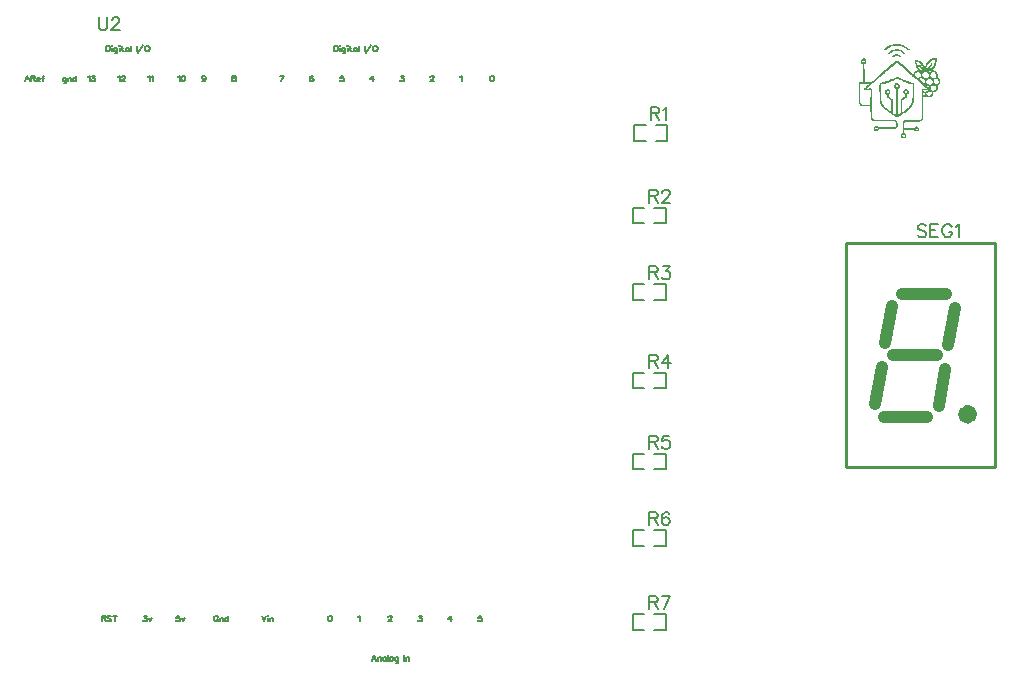
<source format=gto>
G04 Layer: TopSilkscreenLayer*
G04 EasyEDA v6.5.46, 2025-06-25 09:17:09*
G04 c32a7bcbb03645a88eb5fb473b9f6d41,a0a929ee5348484eab1505e8ec72bbe5,10*
G04 Gerber Generator version 0.2*
G04 Scale: 100 percent, Rotated: No, Reflected: No *
G04 Dimensions in millimeters *
G04 leading zeros omitted , absolute positions ,4 integer and 5 decimal *
%FSLAX45Y45*%
%MOMM*%

%ADD10C,0.1524*%
%ADD11C,1.0000*%
%ADD12C,0.2540*%

%LPD*%
G36*
X11418316Y9351975D02*
G01*
X11407292Y9350959D01*
X11400129Y9349841D01*
X11395202Y9348622D01*
X11387480Y9346082D01*
X11378641Y9342882D01*
X11369852Y9339326D01*
X11355171Y9332163D01*
X11341760Y9323324D01*
X11336223Y9318802D01*
X11326520Y9309963D01*
X11323828Y9305442D01*
X11323828Y9299905D01*
X11326723Y9297009D01*
X11330889Y9295892D01*
X11334038Y9297060D01*
X11341201Y9304477D01*
X11352580Y9313570D01*
X11360607Y9319006D01*
X11374780Y9326524D01*
X11383619Y9329978D01*
X11390782Y9332214D01*
X11405108Y9335516D01*
X11417706Y9337852D01*
X11445087Y9337802D01*
X11446103Y9337192D01*
X11454130Y9336125D01*
X11459108Y9335109D01*
X11463528Y9333839D01*
X11472316Y9331807D01*
X11477802Y9330182D01*
X11487200Y9326575D01*
X11499291Y9320326D01*
X11508689Y9314535D01*
X11514175Y9310522D01*
X11520779Y9305086D01*
X11529415Y9297009D01*
X11532920Y9296095D01*
X11535816Y9297060D01*
X11538102Y9299194D01*
X11539118Y9302953D01*
X11538305Y9307525D01*
X11536222Y9309912D01*
X11525758Y9318853D01*
X11518595Y9324390D01*
X11510314Y9329877D01*
X11501729Y9335109D01*
X11490502Y9340850D01*
X11485524Y9342882D01*
X11477294Y9345015D01*
X11471198Y9345980D01*
X11462410Y9348317D01*
X11451386Y9350451D01*
X11442547Y9351568D01*
G37*
G36*
X11443055Y9305798D02*
G01*
X11419433Y9305645D01*
X11412829Y9304680D01*
X11406733Y9303461D01*
X11398504Y9301378D01*
X11392255Y9299143D01*
X11377320Y9290100D01*
X11363756Y9280550D01*
X11360353Y9276892D01*
X11359184Y9273387D01*
X11360404Y9269374D01*
X11363248Y9267393D01*
X11368836Y9266631D01*
X11378082Y9273997D01*
X11391290Y9282836D01*
X11402364Y9288068D01*
X11414455Y9290964D01*
X11431016Y9292691D01*
X11446408Y9291472D01*
X11452504Y9290253D01*
X11459108Y9288068D01*
X11470640Y9282430D01*
X11480342Y9276080D01*
X11487759Y9270339D01*
X11488318Y9269577D01*
X11493754Y9266174D01*
X11496395Y9266174D01*
X11500612Y9268510D01*
X11502491Y9272778D01*
X11501221Y9277096D01*
X11495278Y9282480D01*
X11483898Y9290253D01*
X11472316Y9297162D01*
X11463528Y9301226D01*
X11460175Y9302394D01*
X11455806Y9303512D01*
G37*
G36*
X11426037Y9263329D02*
G01*
X11419433Y9262364D01*
X11411153Y9260230D01*
X11406479Y9258554D01*
X11400231Y9254845D01*
X11393373Y9248241D01*
X11391036Y9244380D01*
X11391036Y9239910D01*
X11393881Y9237218D01*
X11398859Y9237421D01*
X11405260Y9241891D01*
X11406022Y9241891D01*
X11409019Y9244025D01*
X11415014Y9247276D01*
X11420551Y9249206D01*
X11428780Y9250680D01*
X11435384Y9250730D01*
X11443309Y9249054D01*
X11446408Y9247886D01*
X11451945Y9245193D01*
X11457533Y9240977D01*
X11463832Y9237522D01*
X11467998Y9237522D01*
X11470386Y9240062D01*
X11470386Y9244685D01*
X11469014Y9247124D01*
X11464594Y9251899D01*
X11457432Y9257233D01*
X11450269Y9260433D01*
X11442090Y9262872D01*
G37*
G36*
X11760758Y9234728D02*
G01*
X11752224Y9234220D01*
X11746128Y9232950D01*
X11736781Y9230461D01*
X11731244Y9228632D01*
X11726316Y9226651D01*
X11714226Y9220708D01*
X11707520Y9216288D01*
X11697817Y9209125D01*
X11688013Y9196476D01*
X11680748Y9186164D01*
X11675973Y9176613D01*
X11672468Y9167825D01*
X11669420Y9157970D01*
X11663273Y9170619D01*
X11653570Y9184233D01*
X11641480Y9196476D01*
X11633200Y9203131D01*
X11627916Y9206738D01*
X11619992Y9209887D01*
X11607292Y9213951D01*
X11595201Y9216999D01*
X11586870Y9218828D01*
X11583873Y9215831D01*
X11581688Y9212275D01*
X11580672Y9206941D01*
X11581347Y9201048D01*
X11595912Y9201048D01*
X11596674Y9202318D01*
X11614454Y9195511D01*
X11623852Y9191040D01*
X11633250Y9184741D01*
X11639702Y9178798D01*
X11646408Y9170974D01*
X11651843Y9161881D01*
X11656466Y9152382D01*
X11658752Y9142984D01*
X11659571Y9138056D01*
X11681968Y9138056D01*
X11681968Y9148775D01*
X11685320Y9162288D01*
X11688724Y9171127D01*
X11689537Y9172194D01*
X11696141Y9183217D01*
X11703761Y9193377D01*
X11711432Y9199778D01*
X11720271Y9206433D01*
X11727942Y9210802D01*
X11732920Y9213088D01*
X11739524Y9215323D01*
X11752478Y9218777D01*
X11752478Y9211767D01*
X11750141Y9199219D01*
X11745874Y9181033D01*
X11742064Y9170263D01*
X11739016Y9164472D01*
X11735816Y9159697D01*
X11721338Y9145168D01*
X11714734Y9140748D01*
X11709349Y9137650D01*
X11702084Y9134094D01*
X11697106Y9132874D01*
X11692991Y9132214D01*
X11692991Y9132874D01*
X11699290Y9140799D01*
X11708993Y9151569D01*
X11714175Y9158427D01*
X11724741Y9171635D01*
X11729364Y9178290D01*
X11731548Y9184335D01*
X11731548Y9188958D01*
X11729110Y9190685D01*
X11726113Y9190685D01*
X11723420Y9189618D01*
X11716410Y9180576D01*
X11713006Y9176613D01*
X11701119Y9160662D01*
X11687759Y9144101D01*
X11681968Y9138056D01*
X11659571Y9138056D01*
X11660073Y9135008D01*
X11659362Y9134297D01*
X11656466Y9136938D01*
X11648897Y9148216D01*
X11645747Y9151823D01*
X11632234Y9169755D01*
X11627104Y9174988D01*
X11621262Y9179915D01*
X11618315Y9180779D01*
X11615826Y9180169D01*
X11613642Y9176613D01*
X11613642Y9173565D01*
X11616029Y9168333D01*
X11619382Y9163964D01*
X11632742Y9150146D01*
X11644579Y9136380D01*
X11648948Y9130080D01*
X11649557Y9128404D01*
X11647373Y9128404D01*
X11641480Y9130690D01*
X11636502Y9133027D01*
X11629898Y9137396D01*
X11622176Y9143746D01*
X11617553Y9148521D01*
X11610238Y9158427D01*
X11603786Y9171635D01*
X11599875Y9185148D01*
X11595912Y9201048D01*
X11581347Y9201048D01*
X11582146Y9193682D01*
X11583263Y9188043D01*
X11589512Y9170263D01*
X11593322Y9160662D01*
X11596979Y9153499D01*
X11599418Y9149181D01*
X11603736Y9142780D01*
X11603736Y9141460D01*
X11616385Y9129014D01*
X11619687Y9127083D01*
X11619687Y9126067D01*
X11617198Y9126829D01*
X11608968Y9128252D01*
X11601246Y9126880D01*
X11592610Y9123934D01*
X11586413Y9121089D01*
X11577574Y9112148D01*
X11574068Y9105544D01*
X11571782Y9098483D01*
X11571782Y9094825D01*
X11570919Y9094825D01*
X11567972Y9096756D01*
X11562689Y9101734D01*
X11550548Y9111589D01*
X11537899Y9122460D01*
X11532920Y9127032D01*
X11529060Y9130182D01*
X11523014Y9135922D01*
X11470640Y9180017D01*
X11444782Y9203131D01*
X11437061Y9208414D01*
X11433352Y9209938D01*
X11428018Y9209938D01*
X11417554Y9203893D01*
X11416131Y9202521D01*
X11410086Y9197594D01*
X11402923Y9190786D01*
X11392408Y9181592D01*
X11268862Y9076334D01*
X11227104Y9039961D01*
X11220551Y9034475D01*
X11216132Y9030411D01*
X11212830Y9027922D01*
X11208105Y9023654D01*
X11204549Y9026093D01*
X11202060Y9028328D01*
X11156340Y9028125D01*
X11156340Y9029039D01*
X11158524Y9031071D01*
X11158575Y9066428D01*
X11157458Y9102801D01*
X11157153Y9181642D01*
X11163503Y9184640D01*
X11170666Y9191345D01*
X11173968Y9198254D01*
X11173968Y9212122D01*
X11171123Y9218320D01*
X11166551Y9223298D01*
X11160455Y9227362D01*
X11157712Y9228531D01*
X11150295Y9230004D01*
X11142827Y9228531D01*
X11137950Y9226397D01*
X11132566Y9222333D01*
X11127892Y9215170D01*
X11126419Y9210548D01*
X11126371Y9205010D01*
X11138763Y9205010D01*
X11140389Y9209684D01*
X11143437Y9213138D01*
X11147247Y9215475D01*
X11153089Y9215475D01*
X11155527Y9214205D01*
X11159185Y9210751D01*
X11160760Y9207804D01*
X11160760Y9202420D01*
X11159134Y9199219D01*
X11155527Y9195816D01*
X11151920Y9194393D01*
X11145316Y9195765D01*
X11140490Y9200032D01*
X11138763Y9205010D01*
X11126371Y9205010D01*
X11126317Y9198660D01*
X11129873Y9191396D01*
X11136223Y9184995D01*
X11142929Y9181846D01*
X11144656Y9034475D01*
X11145520Y9031732D01*
X11147602Y9028684D01*
X11146129Y9028176D01*
X11116411Y9027871D01*
X11112195Y9025788D01*
X11109096Y9021216D01*
X11108283Y9015730D01*
X11108269Y9013545D01*
X11121339Y9013545D01*
X11121542Y9014104D01*
X11196218Y9013799D01*
X11196828Y9013190D01*
X11186922Y9004554D01*
X11181435Y9000439D01*
X11168735Y8989872D01*
X11158829Y8979865D01*
X11156340Y8975140D01*
X11156340Y8969451D01*
X11157762Y8965031D01*
X11159083Y8962644D01*
X11162893Y8960307D01*
X11171478Y8958834D01*
X11184178Y8959240D01*
X11194643Y8960459D01*
X11208156Y8961018D01*
X11207851Y8837777D01*
X11161572Y8836456D01*
X11144504Y8837980D01*
X11139779Y8838996D01*
X11132769Y8842502D01*
X11126774Y8848953D01*
X11124438Y8853932D01*
X11123371Y8858707D01*
X11122050Y8874150D01*
X11121339Y9013545D01*
X11108269Y9013545D01*
X11107775Y8938615D01*
X11108994Y8866428D01*
X11110163Y8855964D01*
X11112804Y8847226D01*
X11116818Y8839962D01*
X11122456Y8833307D01*
X11126876Y8830106D01*
X11133480Y8826601D01*
X11139525Y8824772D01*
X11149990Y8823045D01*
X11207851Y8822893D01*
X11208461Y8728710D01*
X11212728Y8716568D01*
X11217910Y8708847D01*
X11226038Y8701125D01*
X11232642Y8697976D01*
X11241074Y8695944D01*
X11412067Y8695334D01*
X11419636Y8692489D01*
X11420652Y8691219D01*
X11423700Y8683498D01*
X11425224Y8676335D01*
X11425174Y8664803D01*
X11423751Y8658148D01*
X11421414Y8653221D01*
X11417401Y8648496D01*
X11412270Y8645499D01*
X11310874Y8645499D01*
X11278158Y8644483D01*
X11277041Y8647379D01*
X11270132Y8654186D01*
X11262004Y8657996D01*
X11250828Y8657640D01*
X11245392Y8654846D01*
X11239144Y8648801D01*
X11235690Y8641486D01*
X11235690Y8633612D01*
X11248898Y8633612D01*
X11248898Y8639556D01*
X11251387Y8643315D01*
X11256365Y8645702D01*
X11259261Y8645753D01*
X11263122Y8644128D01*
X11266373Y8640216D01*
X11267694Y8635898D01*
X11265458Y8631580D01*
X11262106Y8628227D01*
X11257127Y8627465D01*
X11253774Y8628126D01*
X11250523Y8630412D01*
X11248898Y8633612D01*
X11235690Y8633612D01*
X11235690Y8632291D01*
X11237315Y8626957D01*
X11240312Y8621420D01*
X11244935Y8617356D01*
X11252809Y8613800D01*
X11262563Y8613800D01*
X11267897Y8616086D01*
X11272215Y8619032D01*
X11278514Y8626551D01*
X11279225Y8630767D01*
X11281054Y8631478D01*
X11415217Y8631326D01*
X11424462Y8635949D01*
X11429390Y8640521D01*
X11432794Y8644940D01*
X11435994Y8651544D01*
X11438432Y8660485D01*
X11438432Y8679738D01*
X11436045Y8692337D01*
X11433251Y8698230D01*
X11427155Y8704529D01*
X11423294Y8706307D01*
X11416131Y8708491D01*
X11240922Y8709812D01*
X11235232Y8711946D01*
X11228222Y8718346D01*
X11225174Y8723985D01*
X11223701Y8729776D01*
X11222786Y8741359D01*
X11222685Y8957360D01*
X11220043Y8968181D01*
X11216436Y8972296D01*
X11211255Y8974328D01*
X11172190Y8973718D01*
X11179200Y8980881D01*
X11190224Y8989771D01*
X11196269Y8995460D01*
X11212271Y9008516D01*
X11218316Y9014256D01*
X11222177Y9017355D01*
X11227155Y9021978D01*
X11244783Y9037015D01*
X11253825Y9044381D01*
X11262410Y9052153D01*
X11265357Y9054388D01*
X11278920Y9066479D01*
X11283899Y9070289D01*
X11286083Y9072321D01*
X11294313Y9078518D01*
X11301222Y9085021D01*
X11308130Y9090507D01*
X11309807Y9092438D01*
X11316411Y9097416D01*
X11319713Y9100667D01*
X11326774Y9106103D01*
X11332108Y9111742D01*
X11348872Y9124848D01*
X11353850Y9129318D01*
X11366550Y9139682D01*
X11371478Y9144254D01*
X11389664Y9159544D01*
X11411559Y9178798D01*
X11421059Y9186621D01*
X11430812Y9193987D01*
X11431828Y9193987D01*
X11435943Y9190278D01*
X11463477Y9167266D01*
X11500307Y9136024D01*
X11552224Y9091168D01*
X11559981Y9084767D01*
X11584990Y9084767D01*
X11584990Y9094774D01*
X11586210Y9097822D01*
X11588546Y9102699D01*
X11593931Y9108541D01*
X11601907Y9112504D01*
X11607850Y9113977D01*
X11608968Y9114028D01*
X11616690Y9112605D01*
X11622074Y9110116D01*
X11628120Y9104426D01*
X11631117Y9100058D01*
X11633606Y9093403D01*
X11633648Y9089745D01*
X11646560Y9089745D01*
X11647119Y9097568D01*
X11653316Y9106916D01*
X11658549Y9110726D01*
X11672874Y9115094D01*
X11680596Y9115145D01*
X11686895Y9113621D01*
X11695226Y9109506D01*
X11698478Y9105595D01*
X11701627Y9098381D01*
X11702897Y9092488D01*
X11702897Y9086799D01*
X11715089Y9086799D01*
X11716105Y9091218D01*
X11716105Y9100159D01*
X11717782Y9104122D01*
X11727434Y9110522D01*
X11732361Y9112656D01*
X11737340Y9113977D01*
X11739524Y9114078D01*
X11747246Y9112605D01*
X11751614Y9110726D01*
X11755221Y9107982D01*
X11757355Y9103868D01*
X11762536Y9097264D01*
X11764670Y9092336D01*
X11764772Y9082786D01*
X11761927Y9075775D01*
X11758574Y9071203D01*
X11752224Y9066885D01*
X11745518Y9064498D01*
X11738965Y9064498D01*
X11733479Y9066022D01*
X11729059Y9068054D01*
X11723014Y9072067D01*
X11720576Y9074708D01*
X11716715Y9081160D01*
X11715089Y9086799D01*
X11702897Y9086799D01*
X11702897Y9083649D01*
X11699494Y9076588D01*
X11691620Y9068562D01*
X11686184Y9065412D01*
X11680139Y9063380D01*
X11670131Y9063431D01*
X11665153Y9064802D01*
X11659717Y9067546D01*
X11653418Y9073591D01*
X11652199Y9078569D01*
X11650726Y9081312D01*
X11649456Y9081058D01*
X11647982Y9083497D01*
X11646560Y9089745D01*
X11633648Y9089745D01*
X11633758Y9084513D01*
X11632133Y9081312D01*
X11626443Y9072422D01*
X11621973Y9068409D01*
X11617350Y9066072D01*
X11612270Y9064498D01*
X11607190Y9064498D01*
X11593525Y9075928D01*
X11584990Y9084767D01*
X11559981Y9084767D01*
X11562689Y9082532D01*
X11572036Y9073591D01*
X11578640Y9068054D01*
X11592407Y9057233D01*
X11599840Y9050528D01*
X11621211Y9050528D01*
X11633454Y9060230D01*
X11638686Y9061653D01*
X11644223Y9061754D01*
X11650827Y9058554D01*
X11657431Y9053525D01*
X11665051Y9049918D01*
X11667185Y9045803D01*
X11668709Y9039961D01*
X11668712Y9032544D01*
X11680698Y9032544D01*
X11681409Y9036100D01*
X11684355Y9045498D01*
X11686743Y9049918D01*
X11700916Y9059519D01*
X11702643Y9061246D01*
X11715394Y9060891D01*
X11724081Y9056522D01*
X11730351Y9050375D01*
X11745315Y9050375D01*
X11746687Y9051239D01*
X11749328Y9051290D01*
X11753850Y9052509D01*
X11758523Y9054592D01*
X11759133Y9054592D01*
X11765483Y9058859D01*
X11766956Y9060637D01*
X11768226Y9060637D01*
X11774017Y9056827D01*
X11778437Y9052204D01*
X11781028Y9048800D01*
X11783110Y9044940D01*
X11785549Y9036812D01*
X11785498Y9031173D01*
X11783974Y9024823D01*
X11781078Y9019895D01*
X11773712Y9014053D01*
X11770360Y9011716D01*
X11765076Y9009938D01*
X11763197Y9010954D01*
X11755526Y9016695D01*
X11749684Y9019336D01*
X11746484Y9019336D01*
X11745925Y9020200D01*
X11748058Y9026652D01*
X11748058Y9040418D01*
X11745315Y9050375D01*
X11730351Y9050375D01*
X11731396Y9049359D01*
X11735104Y9041638D01*
X11735104Y9029496D01*
X11733072Y9023096D01*
X11729415Y9017660D01*
X11724081Y9012072D01*
X11719458Y9009329D01*
X11713667Y9007195D01*
X11705945Y9007246D01*
X11699646Y9008719D01*
X11693448Y9011767D01*
X11688368Y9016847D01*
X11683238Y9024670D01*
X11680698Y9032544D01*
X11668712Y9032544D01*
X11668760Y9025890D01*
X11667236Y9022334D01*
X11661648Y9017101D01*
X11659362Y9017101D01*
X11649354Y9026194D01*
X11621211Y9050528D01*
X11599840Y9050528D01*
X11615013Y9036100D01*
X11625478Y9028277D01*
X11629644Y9025534D01*
X11637060Y9018473D01*
X11645849Y9010751D01*
X11652809Y9005620D01*
X11672062Y9005620D01*
X11672062Y9006586D01*
X11676735Y9009278D01*
X11677294Y9009380D01*
X11683339Y9003284D01*
X11688927Y8999575D01*
X11695480Y8996019D01*
X11700560Y8992362D01*
X11701221Y8985453D01*
X11701887Y8980932D01*
X11714886Y8980932D01*
X11716359Y8989009D01*
X11720271Y8994241D01*
X11728145Y8998204D01*
X11736781Y9004808D01*
X11738965Y9006078D01*
X11743944Y9006078D01*
X11749836Y9003944D01*
X11755932Y8999270D01*
X11760809Y8993276D01*
X11763603Y8988501D01*
X11763197Y8972753D01*
X11759742Y8965387D01*
X11755170Y8960459D01*
X11747804Y8957513D01*
X11745671Y8956395D01*
X11735003Y8956446D01*
X11729059Y8959088D01*
X11722049Y8964422D01*
X11718747Y8968892D01*
X11716308Y8974429D01*
X11714886Y8980932D01*
X11701887Y8980932D01*
X11701932Y8980627D01*
X11700713Y8981033D01*
X11683390Y8996984D01*
X11676126Y9003131D01*
X11672062Y9005620D01*
X11652809Y9005620D01*
X11664594Y8995765D01*
X11678412Y8982659D01*
X11688572Y8974429D01*
X11684965Y8973616D01*
X11659412Y8973667D01*
X11652504Y8972905D01*
X11647627Y8971330D01*
X11644731Y8969654D01*
X11642445Y8966149D01*
X11641603Y8958986D01*
X11655196Y8958986D01*
X11655602Y8959900D01*
X11695734Y8959545D01*
X11695734Y8958935D01*
X11691620Y8954465D01*
X11686641Y8951214D01*
X11683339Y8949944D01*
X11680037Y8949334D01*
X11667947Y8948877D01*
X11655602Y8952230D01*
X11655196Y8958986D01*
X11641603Y8958986D01*
X11641612Y8936888D01*
X11655602Y8936888D01*
X11656161Y8937853D01*
X11658549Y8937142D01*
X11667337Y8935262D01*
X11667432Y8932113D01*
X11680748Y8932113D01*
X11681104Y8935110D01*
X11689943Y8938158D01*
X11697106Y8941308D01*
X11700408Y8943543D01*
X11702643Y8945778D01*
X11707063Y8951264D01*
X11708638Y8954566D01*
X11709654Y8955938D01*
X11718036Y8948166D01*
X11726011Y8943746D01*
X11726011Y8936177D01*
X11724843Y8930335D01*
X11723624Y8927033D01*
X11720068Y8921546D01*
X11715851Y8917432D01*
X11709247Y8914485D01*
X11697106Y8914384D01*
X11693245Y8915958D01*
X11687352Y8919768D01*
X11683187Y8925407D01*
X11680748Y8932113D01*
X11667432Y8932113D01*
X11667693Y8925052D01*
X11665254Y8921546D01*
X11657584Y8914079D01*
X11656822Y8914079D01*
X11655602Y8936888D01*
X11641612Y8936888D01*
X11641988Y8876893D01*
X11641988Y8770569D01*
X11641124Y8730894D01*
X11639956Y8725408D01*
X11636400Y8717686D01*
X11632895Y8713317D01*
X11627713Y8709863D01*
X11623294Y8708339D01*
X11509806Y8708694D01*
X11498783Y8707374D01*
X11491010Y8703665D01*
X11485219Y8697569D01*
X11481816Y8690356D01*
X11480800Y8686241D01*
X11479072Y8677452D01*
X11479733Y8637219D01*
X11481511Y8631275D01*
X11481082Y8628329D01*
X11590477Y8628329D01*
X11590477Y8634018D01*
X11592966Y8637778D01*
X11597944Y8640216D01*
X11600688Y8640216D01*
X11605666Y8637727D01*
X11608104Y8632850D01*
X11608104Y8629040D01*
X11605869Y8624366D01*
X11600891Y8621928D01*
X11595862Y8622487D01*
X11592966Y8624671D01*
X11590477Y8628329D01*
X11481082Y8628329D01*
X11479682Y8616848D01*
X11480190Y8599779D01*
X11480901Y8597544D01*
X11472468Y8593683D01*
X11467185Y8587943D01*
X11464747Y8581593D01*
X11464682Y8573820D01*
X11478514Y8573820D01*
X11478514Y8577935D01*
X11480647Y8581593D01*
X11484305Y8584082D01*
X11491061Y8584031D01*
X11496243Y8580221D01*
X11498021Y8576767D01*
X11496649Y8571687D01*
X11493449Y8566962D01*
X11489537Y8565337D01*
X11486642Y8565337D01*
X11482781Y8567674D01*
X11480241Y8570569D01*
X11478514Y8573820D01*
X11464682Y8573820D01*
X11464645Y8569452D01*
X11468201Y8562797D01*
X11472316Y8558530D01*
X11478768Y8554364D01*
X11484762Y8552129D01*
X11489385Y8552129D01*
X11495684Y8553653D01*
X11501628Y8556599D01*
X11506708Y8561628D01*
X11508841Y8566200D01*
X11511178Y8573211D01*
X11511127Y8579916D01*
X11509756Y8584336D01*
X11507419Y8588756D01*
X11501018Y8595817D01*
X11495125Y8598408D01*
X11493652Y8598408D01*
X11493042Y8619591D01*
X11492331Y8623757D01*
X11577421Y8624011D01*
X11579199Y8619286D01*
X11586921Y8613140D01*
X11592966Y8610346D01*
X11604650Y8610396D01*
X11612829Y8614156D01*
X11617960Y8619236D01*
X11621516Y8626195D01*
X11621516Y8636152D01*
X11618772Y8642197D01*
X11613794Y8648293D01*
X11609222Y8651443D01*
X11602974Y8653475D01*
X11594388Y8653475D01*
X11591340Y8652154D01*
X11583060Y8646718D01*
X11579910Y8643315D01*
X11576608Y8637524D01*
X11493093Y8637625D01*
X11492687Y8637778D01*
X11493093Y8640013D01*
X11493855Y8682431D01*
X11495074Y8685834D01*
X11496903Y8689746D01*
X11503152Y8693048D01*
X11512448Y8694267D01*
X11621566Y8694267D01*
X11628221Y8695486D01*
X11634317Y8697772D01*
X11639753Y8700973D01*
X11645087Y8705646D01*
X11649506Y8711488D01*
X11652046Y8717127D01*
X11654282Y8723731D01*
X11655501Y8729218D01*
X11656618Y8778849D01*
X11656618Y8899398D01*
X11657990Y8900312D01*
X11659311Y8900312D01*
X11665000Y8903665D01*
X11671198Y8907932D01*
X11673636Y8910218D01*
X11674703Y8912098D01*
X11681307Y8906002D01*
X11688267Y8902598D01*
X11694363Y8900464D01*
X11703354Y8899042D01*
X11711432Y8900414D01*
X11718036Y8902649D01*
X11724640Y8906103D01*
X11732463Y8913825D01*
X11736933Y8923172D01*
X11738051Y8926017D01*
X11739372Y8934348D01*
X11738152Y8941308D01*
X11738660Y8941765D01*
X11747957Y8942171D01*
X11753850Y8943695D01*
X11757863Y8945372D01*
X11764162Y8949385D01*
X11769496Y8954363D01*
X11774017Y8961323D01*
X11776303Y8967825D01*
X11777827Y8974988D01*
X11777827Y8985554D01*
X11775440Y8993682D01*
X11773458Y8997848D01*
X11780977Y9001607D01*
X11789918Y9008364D01*
X11792051Y9011412D01*
X11795861Y9019032D01*
X11797538Y9025128D01*
X11798757Y9032392D01*
X11798757Y9037015D01*
X11796471Y9047683D01*
X11795201Y9051544D01*
X11791950Y9057589D01*
X11786819Y9064244D01*
X11780316Y9068866D01*
X11775643Y9071102D01*
X11775643Y9071660D01*
X11777675Y9076334D01*
X11778945Y9080855D01*
X11778945Y9091523D01*
X11776710Y9099854D01*
X11773509Y9106865D01*
X11769953Y9112148D01*
X11763756Y9118600D01*
X11757710Y9122714D01*
X11752630Y9125051D01*
X11745061Y9127490D01*
X11732361Y9127439D01*
X11725757Y9125000D01*
X11716461Y9120479D01*
X11709349Y9115094D01*
X11706199Y9118142D01*
X11706199Y9118955D01*
X11717477Y9124594D01*
X11725198Y9130436D01*
X11732158Y9135110D01*
X11746026Y9149080D01*
X11751411Y9157055D01*
X11755120Y9164472D01*
X11759641Y9176054D01*
X11763349Y9188196D01*
X11766854Y9205264D01*
X11767058Y9229496D01*
X11764416Y9233204D01*
G37*
G36*
X11434521Y9073337D02*
G01*
X11427155Y9073235D01*
X11414455Y9067393D01*
X11389969Y9055658D01*
X11389512Y9055658D01*
X11380317Y9051442D01*
X11364874Y9044838D01*
X11353292Y9040317D01*
X11336782Y9034881D01*
X11319713Y9029700D01*
X11308130Y9026601D01*
X11299494Y9023654D01*
X11292382Y9020403D01*
X11291316Y9020403D01*
X11286642Y9018219D01*
X11285118Y9015831D01*
X11284610Y9010243D01*
X11284051Y8994241D01*
X11285152Y8896705D01*
X11298428Y8896705D01*
X11298783Y9008973D01*
X11311991Y9012834D01*
X11314176Y9013698D01*
X11319713Y9015018D01*
X11348923Y9023858D01*
X11372240Y9031884D01*
X11381130Y9035846D01*
X11381638Y9035846D01*
X11387480Y9038488D01*
X11396268Y9041993D01*
X11412270Y9049613D01*
X11419433Y9053576D01*
X11430965Y9059519D01*
X11431574Y9059519D01*
X11435384Y9056979D01*
X11439855Y9055252D01*
X11456873Y9047327D01*
X11462359Y9045143D01*
X11468201Y9042450D01*
X11468760Y9042450D01*
X11486642Y9035186D01*
X11495176Y9031427D01*
X11496294Y9031427D01*
X11498224Y9030462D01*
X11520779Y9022029D01*
X11542826Y9014917D01*
X11563908Y9008973D01*
X11565128Y9008262D01*
X11564620Y8906103D01*
X11563502Y8887917D01*
X11561368Y8870238D01*
X11559438Y8860942D01*
X11548516Y8839962D01*
X11543131Y8832037D01*
X11532819Y8819032D01*
X11525199Y8811310D01*
X11508689Y8796934D01*
X11494922Y8785961D01*
X11479733Y8775242D01*
X11478920Y8775242D01*
X11478615Y8874556D01*
X11481054Y8877147D01*
X11482019Y8877147D01*
X11508130Y8895029D01*
X11513312Y8899245D01*
X11516410Y8905544D01*
X11516766Y8923528D01*
X11523472Y8926322D01*
X11528399Y8930894D01*
X11530939Y8934907D01*
X11533174Y8941816D01*
X11533174Y8949537D01*
X11530838Y8956243D01*
X11527790Y8960662D01*
X11523014Y8965285D01*
X11515293Y8968790D01*
X11504269Y8968841D01*
X11497106Y8965488D01*
X11491569Y8960459D01*
X11488420Y8954770D01*
X11486946Y8949080D01*
X11486905Y8945067D01*
X11499951Y8945067D01*
X11501272Y8950198D01*
X11504320Y8953957D01*
X11508130Y8955328D01*
X11511584Y8955430D01*
X11515598Y8953754D01*
X11518747Y8950452D01*
X11520119Y8945524D01*
X11518696Y8941917D01*
X11515293Y8938209D01*
X11512296Y8936685D01*
X11507571Y8936685D01*
X11504269Y8938717D01*
X11501374Y8941663D01*
X11499951Y8945067D01*
X11486905Y8945067D01*
X11488420Y8937396D01*
X11490452Y8933078D01*
X11496294Y8927388D01*
X11503558Y8923883D01*
X11502898Y8919057D01*
X11502186Y8908491D01*
X11494363Y8902649D01*
X11477040Y8891219D01*
X11469725Y8886799D01*
X11466576Y8883802D01*
X11464747Y8879636D01*
X11465306Y8799220D01*
X11464340Y8767368D01*
X11463782Y8765540D01*
X11459108Y8763457D01*
X11439042Y8749893D01*
X11438382Y8749893D01*
X11438534Y8972296D01*
X11439245Y8973362D01*
X11445595Y8976410D01*
X11451386Y8981694D01*
X11454841Y8988755D01*
X11456263Y8996172D01*
X11454892Y9003588D01*
X11453622Y9007703D01*
X11449151Y9014053D01*
X11443970Y9017965D01*
X11438686Y9019946D01*
X11432895Y9021521D01*
X11428933Y9021521D01*
X11424361Y9020302D01*
X11416842Y9016949D01*
X11411254Y9011310D01*
X11407851Y9004147D01*
X11407592Y8993936D01*
X11420805Y8993936D01*
X11420805Y8999524D01*
X11422380Y9002522D01*
X11426037Y9005976D01*
X11428222Y9007144D01*
X11434114Y9007195D01*
X11436502Y9005976D01*
X11440160Y9002522D01*
X11441734Y8999524D01*
X11441734Y8993378D01*
X11440160Y8990380D01*
X11437061Y8987637D01*
X11434572Y8986266D01*
X11429034Y8986266D01*
X11425478Y8988044D01*
X11422380Y8990939D01*
X11420805Y8993936D01*
X11407592Y8993936D01*
X11407495Y8990736D01*
X11411051Y8983218D01*
X11418366Y8976055D01*
X11424920Y8972753D01*
X11425224Y8750960D01*
X11414709Y8757056D01*
X11414099Y8757056D01*
X11409324Y8760358D01*
X11408816Y8760358D01*
X11401552Y8764778D01*
X11400586Y8764778D01*
X11398859Y8766708D01*
X11398707Y8878570D01*
X11397437Y8882938D01*
X11392357Y8887917D01*
X11389106Y8889593D01*
X11380317Y8894978D01*
X11368125Y8903411D01*
X11361318Y8908846D01*
X11361318Y8924544D01*
X11364874Y8926372D01*
X11370716Y8930690D01*
X11373866Y8935059D01*
X11375542Y8940800D01*
X11376812Y8947200D01*
X11375491Y8952941D01*
X11372037Y8959494D01*
X11367617Y8964015D01*
X11364315Y8966301D01*
X11357356Y8968740D01*
X11346129Y8968333D01*
X11339525Y8965082D01*
X11334038Y8959545D01*
X11331651Y8954566D01*
X11330381Y8950553D01*
X11330381Y8944203D01*
X11343690Y8944203D01*
X11343690Y8948115D01*
X11345214Y8951823D01*
X11347246Y8953601D01*
X11350548Y8955379D01*
X11354612Y8955430D01*
X11359489Y8953296D01*
X11361775Y8950401D01*
X11363045Y8946489D01*
X11362385Y8943136D01*
X11360048Y8939377D01*
X11355832Y8936685D01*
X11350802Y8936685D01*
X11346383Y8939631D01*
X11343690Y8944203D01*
X11330381Y8944203D01*
X11330381Y8939530D01*
X11334038Y8932164D01*
X11340744Y8925864D01*
X11346992Y8923324D01*
X11346992Y8906205D01*
X11348313Y8901684D01*
X11354968Y8895029D01*
X11379200Y8878519D01*
X11381943Y8877096D01*
X11384330Y8875268D01*
X11385499Y8825128D01*
X11385397Y8775192D01*
X11383924Y8775750D01*
X11370411Y8784742D01*
X11361369Y8791752D01*
X11359946Y8793175D01*
X11354714Y8797340D01*
X11353292Y8798712D01*
X11342014Y8807805D01*
X11325656Y8824010D01*
X11319611Y8831732D01*
X11313972Y8840114D01*
X11311178Y8844940D01*
X11306352Y8854846D01*
X11303050Y8865311D01*
X11301882Y8869730D01*
X11299596Y8880906D01*
X11298428Y8896705D01*
X11285152Y8896705D01*
X11285321Y8882430D01*
X11286388Y8870289D01*
X11287607Y8864244D01*
X11290757Y8854135D01*
X11294110Y8846820D01*
X11294110Y8845651D01*
X11298326Y8836609D01*
X11306403Y8824569D01*
X11320170Y8807704D01*
X11341862Y8789111D01*
X11373104Y8765692D01*
X11388344Y8755481D01*
X11397386Y8750554D01*
X11421618Y8735974D01*
X11428476Y8732824D01*
X11434216Y8732824D01*
X11440922Y8735212D01*
X11449151Y8739581D01*
X11459108Y8745626D01*
X11485727Y8762441D01*
X11486692Y8762847D01*
X11496852Y8770010D01*
X11518239Y8786012D01*
X11535308Y8800592D01*
X11546230Y8811310D01*
X11550548Y8817559D01*
X11558320Y8827871D01*
X11564924Y8838895D01*
X11570817Y8850985D01*
X11573814Y8858199D01*
X11577167Y8871407D01*
X11578386Y8880754D01*
X11579199Y9001404D01*
X11578234Y9015171D01*
X11576202Y9018066D01*
X11572595Y9019438D01*
X11565890Y9022588D01*
X11559895Y9024772D01*
X11541760Y9029852D01*
X11521846Y9036304D01*
X11513108Y9039809D01*
X11502288Y9044686D01*
X11501831Y9044686D01*
X11494617Y9047988D01*
X11494109Y9047988D01*
X11487200Y9051137D01*
X11482222Y9052814D01*
X11470640Y9057436D01*
X11464848Y9060078D01*
X11464340Y9060078D01*
G37*
D10*
X9347200Y8814815D02*
G01*
X9347200Y8705850D01*
X9347200Y8814815D02*
G01*
X9393936Y8814815D01*
X9409429Y8809736D01*
X9414763Y8804402D01*
X9419843Y8793987D01*
X9419843Y8783574D01*
X9414763Y8773160D01*
X9409429Y8768079D01*
X9393936Y8763000D01*
X9347200Y8763000D01*
X9383522Y8763000D02*
G01*
X9419843Y8705850D01*
X9454134Y8793987D02*
G01*
X9464547Y8799321D01*
X9480295Y8814815D01*
X9480295Y8705850D01*
X9334500Y8116315D02*
G01*
X9334500Y8007350D01*
X9334500Y8116315D02*
G01*
X9381236Y8116315D01*
X9396729Y8111236D01*
X9402063Y8105902D01*
X9407143Y8095487D01*
X9407143Y8085073D01*
X9402063Y8074660D01*
X9396729Y8069579D01*
X9381236Y8064500D01*
X9334500Y8064500D01*
X9370822Y8064500D02*
G01*
X9407143Y8007350D01*
X9446768Y8090408D02*
G01*
X9446768Y8095487D01*
X9451847Y8105902D01*
X9457181Y8111236D01*
X9467595Y8116315D01*
X9488170Y8116315D01*
X9498584Y8111236D01*
X9503918Y8105902D01*
X9508997Y8095487D01*
X9508997Y8085073D01*
X9503918Y8074660D01*
X9493504Y8059165D01*
X9441434Y8007350D01*
X9514331Y8007350D01*
X9334500Y7468615D02*
G01*
X9334500Y7359650D01*
X9334500Y7468615D02*
G01*
X9381236Y7468615D01*
X9396729Y7463536D01*
X9402063Y7458202D01*
X9407143Y7447787D01*
X9407143Y7437373D01*
X9402063Y7426960D01*
X9396729Y7421879D01*
X9381236Y7416800D01*
X9334500Y7416800D01*
X9370822Y7416800D02*
G01*
X9407143Y7359650D01*
X9451847Y7468615D02*
G01*
X9508997Y7468615D01*
X9478009Y7426960D01*
X9493504Y7426960D01*
X9503918Y7421879D01*
X9508997Y7416800D01*
X9514331Y7401052D01*
X9514331Y7390637D01*
X9508997Y7375144D01*
X9498584Y7364729D01*
X9483090Y7359650D01*
X9467595Y7359650D01*
X9451847Y7364729D01*
X9446768Y7369810D01*
X9441434Y7380223D01*
X9334500Y6719315D02*
G01*
X9334500Y6610350D01*
X9334500Y6719315D02*
G01*
X9381236Y6719315D01*
X9396729Y6714236D01*
X9402063Y6708902D01*
X9407143Y6698487D01*
X9407143Y6688073D01*
X9402063Y6677660D01*
X9396729Y6672579D01*
X9381236Y6667500D01*
X9334500Y6667500D01*
X9370822Y6667500D02*
G01*
X9407143Y6610350D01*
X9493504Y6719315D02*
G01*
X9441434Y6646671D01*
X9519411Y6646671D01*
X9493504Y6719315D02*
G01*
X9493504Y6610350D01*
X9334500Y6033515D02*
G01*
X9334500Y5924550D01*
X9334500Y6033515D02*
G01*
X9381236Y6033515D01*
X9396729Y6028436D01*
X9402063Y6023102D01*
X9407143Y6012687D01*
X9407143Y6002273D01*
X9402063Y5991860D01*
X9396729Y5986779D01*
X9381236Y5981700D01*
X9334500Y5981700D01*
X9370822Y5981700D02*
G01*
X9407143Y5924550D01*
X9503918Y6033515D02*
G01*
X9451847Y6033515D01*
X9446768Y5986779D01*
X9451847Y5991860D01*
X9467595Y5997194D01*
X9483090Y5997194D01*
X9498584Y5991860D01*
X9508997Y5981700D01*
X9514331Y5965952D01*
X9514331Y5955537D01*
X9508997Y5940044D01*
X9498584Y5929629D01*
X9483090Y5924550D01*
X9467595Y5924550D01*
X9451847Y5929629D01*
X9446768Y5934710D01*
X9441434Y5945123D01*
X9334500Y5385815D02*
G01*
X9334500Y5276850D01*
X9334500Y5385815D02*
G01*
X9381236Y5385815D01*
X9396729Y5380736D01*
X9402063Y5375402D01*
X9407143Y5364987D01*
X9407143Y5354573D01*
X9402063Y5344160D01*
X9396729Y5339079D01*
X9381236Y5334000D01*
X9334500Y5334000D01*
X9370822Y5334000D02*
G01*
X9407143Y5276850D01*
X9503918Y5370321D02*
G01*
X9498584Y5380736D01*
X9483090Y5385815D01*
X9472675Y5385815D01*
X9457181Y5380736D01*
X9446768Y5364987D01*
X9441434Y5339079D01*
X9441434Y5313171D01*
X9446768Y5292344D01*
X9457181Y5281929D01*
X9472675Y5276850D01*
X9478009Y5276850D01*
X9493504Y5281929D01*
X9503918Y5292344D01*
X9508997Y5307837D01*
X9508997Y5313171D01*
X9503918Y5328665D01*
X9493504Y5339079D01*
X9478009Y5344160D01*
X9472675Y5344160D01*
X9457181Y5339079D01*
X9446768Y5328665D01*
X9441434Y5313171D01*
X9334500Y4674615D02*
G01*
X9334500Y4565650D01*
X9334500Y4674615D02*
G01*
X9381236Y4674615D01*
X9396729Y4669536D01*
X9402063Y4664202D01*
X9407143Y4653787D01*
X9407143Y4643373D01*
X9402063Y4632960D01*
X9396729Y4627879D01*
X9381236Y4622800D01*
X9334500Y4622800D01*
X9370822Y4622800D02*
G01*
X9407143Y4565650D01*
X9514331Y4674615D02*
G01*
X9462261Y4565650D01*
X9441434Y4674615D02*
G01*
X9514331Y4674615D01*
X11680443Y7808721D02*
G01*
X11670029Y7819136D01*
X11654536Y7824215D01*
X11633708Y7824215D01*
X11618213Y7819136D01*
X11607800Y7808721D01*
X11607800Y7798308D01*
X11612879Y7787894D01*
X11618213Y7782560D01*
X11628627Y7777479D01*
X11659870Y7767065D01*
X11670029Y7761986D01*
X11675363Y7756652D01*
X11680443Y7746237D01*
X11680443Y7730744D01*
X11670029Y7720329D01*
X11654536Y7715250D01*
X11633708Y7715250D01*
X11618213Y7720329D01*
X11607800Y7730744D01*
X11714734Y7824215D02*
G01*
X11714734Y7715250D01*
X11714734Y7824215D02*
G01*
X11782297Y7824215D01*
X11714734Y7772400D02*
G01*
X11756390Y7772400D01*
X11714734Y7715250D02*
G01*
X11782297Y7715250D01*
X11894565Y7798308D02*
G01*
X11889486Y7808721D01*
X11879072Y7819136D01*
X11868658Y7824215D01*
X11847829Y7824215D01*
X11837415Y7819136D01*
X11827002Y7808721D01*
X11821922Y7798308D01*
X11816588Y7782560D01*
X11816588Y7756652D01*
X11821922Y7741158D01*
X11827002Y7730744D01*
X11837415Y7720329D01*
X11847829Y7715250D01*
X11868658Y7715250D01*
X11879072Y7720329D01*
X11889486Y7730744D01*
X11894565Y7741158D01*
X11894565Y7756652D01*
X11868658Y7756652D02*
G01*
X11894565Y7756652D01*
X11928856Y7803387D02*
G01*
X11939270Y7808721D01*
X11954763Y7824215D01*
X11954763Y7715250D01*
X4673600Y9576815D02*
G01*
X4673600Y9498837D01*
X4678679Y9483344D01*
X4689093Y9472929D01*
X4704841Y9467850D01*
X4715256Y9467850D01*
X4730750Y9472929D01*
X4741163Y9483344D01*
X4746243Y9498837D01*
X4746243Y9576815D01*
X4785868Y9550908D02*
G01*
X4785868Y9555987D01*
X4790947Y9566402D01*
X4796281Y9571736D01*
X4806695Y9576815D01*
X4827270Y9576815D01*
X4837684Y9571736D01*
X4843018Y9566402D01*
X4848097Y9555987D01*
X4848097Y9545574D01*
X4843018Y9535160D01*
X4832604Y9519665D01*
X4780534Y9467850D01*
X4853431Y9467850D01*
X4699000Y4510786D02*
G01*
X4699000Y4462271D01*
X4699000Y4510786D02*
G01*
X4719827Y4510786D01*
X4726686Y4508500D01*
X4728972Y4506213D01*
X4731258Y4501642D01*
X4731258Y4497070D01*
X4728972Y4492244D01*
X4726686Y4489957D01*
X4719827Y4487671D01*
X4699000Y4487671D01*
X4715256Y4487671D02*
G01*
X4731258Y4462271D01*
X4779009Y4503928D02*
G01*
X4774184Y4508500D01*
X4767325Y4510786D01*
X4758181Y4510786D01*
X4751070Y4508500D01*
X4746497Y4503928D01*
X4746497Y4499355D01*
X4748784Y4494529D01*
X4751070Y4492244D01*
X4755895Y4489957D01*
X4769611Y4485386D01*
X4774184Y4483100D01*
X4776470Y4480813D01*
X4779009Y4476242D01*
X4779009Y4469129D01*
X4774184Y4464557D01*
X4767325Y4462271D01*
X4758181Y4462271D01*
X4751070Y4464557D01*
X4746497Y4469129D01*
X4810252Y4510786D02*
G01*
X4810252Y4462271D01*
X4794250Y4510786D02*
G01*
X4826508Y4510786D01*
X5054091Y4510786D02*
G01*
X5079491Y4510786D01*
X5065775Y4492244D01*
X5072634Y4492244D01*
X5077206Y4489957D01*
X5079491Y4487671D01*
X5081777Y4480813D01*
X5081777Y4476242D01*
X5079491Y4469129D01*
X5074920Y4464557D01*
X5068061Y4462271D01*
X5060950Y4462271D01*
X5054091Y4464557D01*
X5051806Y4466844D01*
X5049520Y4471670D01*
X5097018Y4494529D02*
G01*
X5110988Y4462271D01*
X5124704Y4494529D02*
G01*
X5110988Y4462271D01*
X5356606Y4510786D02*
G01*
X5333491Y4510786D01*
X5331206Y4489957D01*
X5333491Y4492244D01*
X5340350Y4494529D01*
X5347461Y4494529D01*
X5354320Y4492244D01*
X5358891Y4487671D01*
X5361177Y4480813D01*
X5361177Y4476242D01*
X5358891Y4469129D01*
X5354320Y4464557D01*
X5347461Y4462271D01*
X5340350Y4462271D01*
X5333491Y4464557D01*
X5331206Y4466844D01*
X5328920Y4471670D01*
X5376418Y4494529D02*
G01*
X5390388Y4462271D01*
X5404104Y4494529D02*
G01*
X5390388Y4462271D01*
X5686043Y4499355D02*
G01*
X5683758Y4503928D01*
X5679186Y4508500D01*
X5674613Y4510786D01*
X5665470Y4510786D01*
X5660643Y4508500D01*
X5656072Y4503928D01*
X5653786Y4499355D01*
X5651500Y4492244D01*
X5651500Y4480813D01*
X5653786Y4473955D01*
X5656072Y4469129D01*
X5660643Y4464557D01*
X5665470Y4462271D01*
X5674613Y4462271D01*
X5679186Y4464557D01*
X5683758Y4469129D01*
X5686043Y4473955D01*
X5686043Y4480813D01*
X5674613Y4480813D02*
G01*
X5686043Y4480813D01*
X5701284Y4494529D02*
G01*
X5701284Y4462271D01*
X5701284Y4485386D02*
G01*
X5708395Y4492244D01*
X5712968Y4494529D01*
X5719825Y4494529D01*
X5724397Y4492244D01*
X5726684Y4485386D01*
X5726684Y4462271D01*
X5769609Y4510786D02*
G01*
X5769609Y4462271D01*
X5769609Y4487671D02*
G01*
X5765038Y4492244D01*
X5760465Y4494529D01*
X5753608Y4494529D01*
X5749036Y4492244D01*
X5744209Y4487671D01*
X5741924Y4480813D01*
X5741924Y4476242D01*
X5744209Y4469129D01*
X5749036Y4464557D01*
X5753608Y4462271D01*
X5760465Y4462271D01*
X5765038Y4464557D01*
X5769609Y4469129D01*
X6052820Y4510786D02*
G01*
X6071361Y4462271D01*
X6089650Y4510786D02*
G01*
X6071361Y4462271D01*
X6104890Y4510786D02*
G01*
X6107429Y4508500D01*
X6109715Y4510786D01*
X6107429Y4513071D01*
X6104890Y4510786D01*
X6107429Y4494529D02*
G01*
X6107429Y4462271D01*
X6124956Y4494529D02*
G01*
X6124956Y4462271D01*
X6124956Y4485386D02*
G01*
X6131813Y4492244D01*
X6136386Y4494529D01*
X6143243Y4494529D01*
X6148070Y4492244D01*
X6150356Y4485386D01*
X6150356Y4462271D01*
X7003541Y4175505D02*
G01*
X6985000Y4126992D01*
X7003541Y4175505D02*
G01*
X7021829Y4126992D01*
X6991858Y4143247D02*
G01*
X7014972Y4143247D01*
X7037070Y4159250D02*
G01*
X7037070Y4126992D01*
X7037070Y4150105D02*
G01*
X7044181Y4156963D01*
X7048754Y4159250D01*
X7055611Y4159250D01*
X7060184Y4156963D01*
X7062470Y4150105D01*
X7062470Y4126992D01*
X7105650Y4159250D02*
G01*
X7105650Y4126992D01*
X7105650Y4152392D02*
G01*
X7100824Y4156963D01*
X7096252Y4159250D01*
X7089393Y4159250D01*
X7084822Y4156963D01*
X7080250Y4152392D01*
X7077709Y4145534D01*
X7077709Y4140962D01*
X7080250Y4133850D01*
X7084822Y4129278D01*
X7089393Y4126992D01*
X7096252Y4126992D01*
X7100824Y4129278D01*
X7105650Y4133850D01*
X7120890Y4175505D02*
G01*
X7120890Y4126992D01*
X7147559Y4159250D02*
G01*
X7142988Y4156963D01*
X7138415Y4152392D01*
X7136129Y4145534D01*
X7136129Y4140962D01*
X7138415Y4133850D01*
X7142988Y4129278D01*
X7147559Y4126992D01*
X7154418Y4126992D01*
X7158990Y4129278D01*
X7163815Y4133850D01*
X7166102Y4140962D01*
X7166102Y4145534D01*
X7163815Y4152392D01*
X7158990Y4156963D01*
X7154418Y4159250D01*
X7147559Y4159250D01*
X7209027Y4159250D02*
G01*
X7209027Y4122420D01*
X7206741Y4115562D01*
X7204456Y4113276D01*
X7199629Y4110989D01*
X7192772Y4110989D01*
X7188200Y4113276D01*
X7209027Y4152392D02*
G01*
X7204456Y4156963D01*
X7199629Y4159250D01*
X7192772Y4159250D01*
X7188200Y4156963D01*
X7183627Y4152392D01*
X7181341Y4145534D01*
X7181341Y4140962D01*
X7183627Y4133850D01*
X7188200Y4129278D01*
X7192772Y4126992D01*
X7199629Y4126992D01*
X7204456Y4129278D01*
X7209027Y4133850D01*
X7259827Y4175505D02*
G01*
X7259827Y4126992D01*
X7275068Y4159250D02*
G01*
X7275068Y4126992D01*
X7275068Y4150105D02*
G01*
X7281925Y4156963D01*
X7286497Y4159250D01*
X7293609Y4159250D01*
X7298181Y4156963D01*
X7300468Y4150105D01*
X7300468Y4126992D01*
X6630670Y4510786D02*
G01*
X6623558Y4508500D01*
X6618986Y4501642D01*
X6616700Y4489957D01*
X6616700Y4483100D01*
X6618986Y4471670D01*
X6623558Y4464557D01*
X6630670Y4462271D01*
X6635241Y4462271D01*
X6642100Y4464557D01*
X6646672Y4471670D01*
X6648958Y4483100D01*
X6648958Y4489957D01*
X6646672Y4501642D01*
X6642100Y4508500D01*
X6635241Y4510786D01*
X6630670Y4510786D01*
X6870700Y4501642D02*
G01*
X6875272Y4503928D01*
X6882129Y4510786D01*
X6882129Y4462271D01*
X7126986Y4499355D02*
G01*
X7126986Y4501642D01*
X7129272Y4506213D01*
X7131558Y4508500D01*
X7136129Y4510786D01*
X7145527Y4510786D01*
X7150100Y4508500D01*
X7152386Y4506213D01*
X7154672Y4501642D01*
X7154672Y4497070D01*
X7152386Y4492244D01*
X7147813Y4485386D01*
X7124700Y4462271D01*
X7156958Y4462271D01*
X7383272Y4510786D02*
G01*
X7408672Y4510786D01*
X7394956Y4492244D01*
X7401813Y4492244D01*
X7406386Y4489957D01*
X7408672Y4487671D01*
X7410958Y4480813D01*
X7410958Y4476242D01*
X7408672Y4469129D01*
X7404100Y4464557D01*
X7397241Y4462271D01*
X7390129Y4462271D01*
X7383272Y4464557D01*
X7380986Y4466844D01*
X7378700Y4471670D01*
X7655813Y4510786D02*
G01*
X7632700Y4478528D01*
X7667243Y4478528D01*
X7655813Y4510786D02*
G01*
X7655813Y4462271D01*
X7914386Y4510786D02*
G01*
X7891272Y4510786D01*
X7888986Y4489957D01*
X7891272Y4492244D01*
X7898129Y4494529D01*
X7905241Y4494529D01*
X7912100Y4492244D01*
X7916672Y4487671D01*
X7918958Y4480813D01*
X7918958Y4476242D01*
X7916672Y4469129D01*
X7912100Y4464557D01*
X7905241Y4462271D01*
X7898129Y4462271D01*
X7891272Y4464557D01*
X7888986Y4466844D01*
X7886700Y4471670D01*
X4069841Y9082786D02*
G01*
X4051300Y9034271D01*
X4069841Y9082786D02*
G01*
X4088129Y9034271D01*
X4058158Y9050528D02*
G01*
X4081272Y9050528D01*
X4103370Y9082786D02*
G01*
X4103370Y9034271D01*
X4103370Y9082786D02*
G01*
X4124197Y9082786D01*
X4131309Y9080500D01*
X4133595Y9078213D01*
X4135881Y9073642D01*
X4135881Y9069070D01*
X4133595Y9064244D01*
X4131309Y9061958D01*
X4124197Y9059671D01*
X4103370Y9059671D01*
X4119625Y9059671D02*
G01*
X4135881Y9034271D01*
X4151122Y9052813D02*
G01*
X4178808Y9052813D01*
X4178808Y9057386D01*
X4176522Y9061958D01*
X4174236Y9064244D01*
X4169409Y9066529D01*
X4162552Y9066529D01*
X4157979Y9064244D01*
X4153408Y9059671D01*
X4151122Y9052813D01*
X4151122Y9048242D01*
X4153408Y9041129D01*
X4157979Y9036558D01*
X4162552Y9034271D01*
X4169409Y9034271D01*
X4174236Y9036558D01*
X4178808Y9041129D01*
X4212590Y9082786D02*
G01*
X4207763Y9082786D01*
X4203191Y9080500D01*
X4200906Y9073642D01*
X4200906Y9034271D01*
X4194047Y9066529D02*
G01*
X4210050Y9066529D01*
X4396486Y9066529D02*
G01*
X4396486Y9029700D01*
X4394200Y9022842D01*
X4391913Y9020555D01*
X4387341Y9018270D01*
X4380229Y9018270D01*
X4375658Y9020555D01*
X4396486Y9059671D02*
G01*
X4391913Y9064244D01*
X4387341Y9066529D01*
X4380229Y9066529D01*
X4375658Y9064244D01*
X4371086Y9059671D01*
X4368800Y9052813D01*
X4368800Y9048242D01*
X4371086Y9041129D01*
X4375658Y9036558D01*
X4380229Y9034271D01*
X4387341Y9034271D01*
X4391913Y9036558D01*
X4396486Y9041129D01*
X4411725Y9066529D02*
G01*
X4411725Y9034271D01*
X4411725Y9057386D02*
G01*
X4418584Y9064244D01*
X4423409Y9066529D01*
X4430268Y9066529D01*
X4434840Y9064244D01*
X4437125Y9057386D01*
X4437125Y9034271D01*
X4480052Y9082786D02*
G01*
X4480052Y9034271D01*
X4480052Y9059671D02*
G01*
X4475479Y9064244D01*
X4470908Y9066529D01*
X4464050Y9066529D01*
X4459224Y9064244D01*
X4454652Y9059671D01*
X4452365Y9052813D01*
X4452365Y9048242D01*
X4454652Y9041129D01*
X4459224Y9036558D01*
X4464050Y9034271D01*
X4470908Y9034271D01*
X4475479Y9036558D01*
X4480052Y9041129D01*
X4584700Y9073642D02*
G01*
X4589272Y9075928D01*
X4596129Y9082786D01*
X4596129Y9034271D01*
X4616195Y9082786D02*
G01*
X4641595Y9082786D01*
X4627625Y9064244D01*
X4634484Y9064244D01*
X4639309Y9061958D01*
X4641595Y9059671D01*
X4643881Y9052813D01*
X4643881Y9048242D01*
X4641595Y9041129D01*
X4636770Y9036558D01*
X4629911Y9034271D01*
X4623054Y9034271D01*
X4616195Y9036558D01*
X4613909Y9038844D01*
X4611370Y9043670D01*
X4838700Y9073642D02*
G01*
X4843272Y9075928D01*
X4850129Y9082786D01*
X4850129Y9034271D01*
X4867909Y9071355D02*
G01*
X4867909Y9073642D01*
X4870195Y9078213D01*
X4872481Y9080500D01*
X4877054Y9082786D01*
X4886197Y9082786D01*
X4890770Y9080500D01*
X4893309Y9078213D01*
X4895595Y9073642D01*
X4895595Y9069070D01*
X4893309Y9064244D01*
X4888484Y9057386D01*
X4865370Y9034271D01*
X4897881Y9034271D01*
X5092700Y9073642D02*
G01*
X5097272Y9075928D01*
X5104129Y9082786D01*
X5104129Y9034271D01*
X5119370Y9073642D02*
G01*
X5124195Y9075928D01*
X5131054Y9082786D01*
X5131054Y9034271D01*
X5346700Y9073642D02*
G01*
X5351272Y9075928D01*
X5358129Y9082786D01*
X5358129Y9034271D01*
X5387340Y9082786D02*
G01*
X5380481Y9080500D01*
X5375909Y9073642D01*
X5373370Y9061958D01*
X5373370Y9055100D01*
X5375909Y9043670D01*
X5380481Y9036558D01*
X5387340Y9034271D01*
X5391911Y9034271D01*
X5398770Y9036558D01*
X5403595Y9043670D01*
X5405881Y9055100D01*
X5405881Y9061958D01*
X5403595Y9073642D01*
X5398770Y9080500D01*
X5391911Y9082786D01*
X5387340Y9082786D01*
X5579872Y9066529D02*
G01*
X5577586Y9059671D01*
X5573013Y9055100D01*
X5566156Y9052813D01*
X5563870Y9052813D01*
X5556758Y9055100D01*
X5552186Y9059671D01*
X5549900Y9066529D01*
X5549900Y9069070D01*
X5552186Y9075928D01*
X5556758Y9080500D01*
X5563870Y9082786D01*
X5566156Y9082786D01*
X5573013Y9080500D01*
X5577586Y9075928D01*
X5579872Y9066529D01*
X5579872Y9055100D01*
X5577586Y9043670D01*
X5573013Y9036558D01*
X5566156Y9034271D01*
X5561329Y9034271D01*
X5554472Y9036558D01*
X5552186Y9041129D01*
X5815329Y9082786D02*
G01*
X5808472Y9080500D01*
X5806186Y9075928D01*
X5806186Y9071355D01*
X5808472Y9066529D01*
X5813043Y9064244D01*
X5822441Y9061958D01*
X5829300Y9059671D01*
X5833872Y9055100D01*
X5836158Y9050528D01*
X5836158Y9043670D01*
X5833872Y9038844D01*
X5831586Y9036558D01*
X5824727Y9034271D01*
X5815329Y9034271D01*
X5808472Y9036558D01*
X5806186Y9038844D01*
X5803900Y9043670D01*
X5803900Y9050528D01*
X5806186Y9055100D01*
X5810758Y9059671D01*
X5817870Y9061958D01*
X5827013Y9064244D01*
X5831586Y9066529D01*
X5833872Y9071355D01*
X5833872Y9075928D01*
X5831586Y9080500D01*
X5824727Y9082786D01*
X5815329Y9082786D01*
X6242558Y9082786D02*
G01*
X6219443Y9034271D01*
X6210300Y9082786D02*
G01*
X6242558Y9082786D01*
X6491986Y9075928D02*
G01*
X6489700Y9080500D01*
X6482841Y9082786D01*
X6478270Y9082786D01*
X6471158Y9080500D01*
X6466586Y9073642D01*
X6464300Y9061958D01*
X6464300Y9050528D01*
X6466586Y9041129D01*
X6471158Y9036558D01*
X6478270Y9034271D01*
X6480556Y9034271D01*
X6487413Y9036558D01*
X6491986Y9041129D01*
X6494272Y9048242D01*
X6494272Y9050528D01*
X6491986Y9057386D01*
X6487413Y9061958D01*
X6480556Y9064244D01*
X6478270Y9064244D01*
X6471158Y9061958D01*
X6466586Y9057386D01*
X6464300Y9050528D01*
X6745986Y9082786D02*
G01*
X6722872Y9082786D01*
X6720586Y9061958D01*
X6722872Y9064244D01*
X6729729Y9066529D01*
X6736841Y9066529D01*
X6743700Y9064244D01*
X6748272Y9059671D01*
X6750558Y9052813D01*
X6750558Y9048242D01*
X6748272Y9041129D01*
X6743700Y9036558D01*
X6736841Y9034271D01*
X6729729Y9034271D01*
X6722872Y9036558D01*
X6720586Y9038844D01*
X6718300Y9043670D01*
X6995413Y9082786D02*
G01*
X6972300Y9050528D01*
X7006843Y9050528D01*
X6995413Y9082786D02*
G01*
X6995413Y9034271D01*
X7230872Y9082786D02*
G01*
X7256272Y9082786D01*
X7242556Y9064244D01*
X7249413Y9064244D01*
X7253986Y9061958D01*
X7256272Y9059671D01*
X7258558Y9052813D01*
X7258558Y9048242D01*
X7256272Y9041129D01*
X7251700Y9036558D01*
X7244841Y9034271D01*
X7237729Y9034271D01*
X7230872Y9036558D01*
X7228586Y9038844D01*
X7226300Y9043670D01*
X7482586Y9071355D02*
G01*
X7482586Y9073642D01*
X7484872Y9078213D01*
X7487158Y9080500D01*
X7491729Y9082786D01*
X7501127Y9082786D01*
X7505700Y9080500D01*
X7507986Y9078213D01*
X7510272Y9073642D01*
X7510272Y9069070D01*
X7507986Y9064244D01*
X7503413Y9057386D01*
X7480300Y9034271D01*
X7512558Y9034271D01*
X7734300Y9073642D02*
G01*
X7738872Y9075928D01*
X7745729Y9082786D01*
X7745729Y9034271D01*
X8002270Y9082786D02*
G01*
X7995158Y9080500D01*
X7990586Y9073642D01*
X7988300Y9061958D01*
X7988300Y9055100D01*
X7990586Y9043670D01*
X7995158Y9036558D01*
X8002270Y9034271D01*
X8006841Y9034271D01*
X8013700Y9036558D01*
X8018272Y9043670D01*
X8020558Y9055100D01*
X8020558Y9061958D01*
X8018272Y9073642D01*
X8013700Y9080500D01*
X8006841Y9082786D01*
X8002270Y9082786D01*
X4737100Y9336786D02*
G01*
X4737100Y9288271D01*
X4737100Y9336786D02*
G01*
X4753356Y9336786D01*
X4760213Y9334500D01*
X4764786Y9329928D01*
X4767072Y9325355D01*
X4769358Y9318244D01*
X4769358Y9306813D01*
X4767072Y9299955D01*
X4764786Y9295129D01*
X4760213Y9290558D01*
X4753356Y9288271D01*
X4737100Y9288271D01*
X4784597Y9336786D02*
G01*
X4786884Y9334500D01*
X4789170Y9336786D01*
X4786884Y9339071D01*
X4784597Y9336786D01*
X4786884Y9320529D02*
G01*
X4786884Y9288271D01*
X4832350Y9320529D02*
G01*
X4832350Y9283700D01*
X4829809Y9276842D01*
X4827524Y9274555D01*
X4822952Y9272270D01*
X4816093Y9272270D01*
X4811522Y9274555D01*
X4832350Y9313671D02*
G01*
X4827524Y9318244D01*
X4822952Y9320529D01*
X4816093Y9320529D01*
X4811522Y9318244D01*
X4806950Y9313671D01*
X4804409Y9306813D01*
X4804409Y9302242D01*
X4806950Y9295129D01*
X4811522Y9290558D01*
X4816093Y9288271D01*
X4822952Y9288271D01*
X4827524Y9290558D01*
X4832350Y9295129D01*
X4847590Y9336786D02*
G01*
X4849875Y9334500D01*
X4852161Y9336786D01*
X4849875Y9339071D01*
X4847590Y9336786D01*
X4849875Y9320529D02*
G01*
X4849875Y9288271D01*
X4874259Y9336786D02*
G01*
X4874259Y9297670D01*
X4876545Y9290558D01*
X4881118Y9288271D01*
X4885690Y9288271D01*
X4867402Y9320529D02*
G01*
X4883404Y9320529D01*
X4928870Y9320529D02*
G01*
X4928870Y9288271D01*
X4928870Y9313671D02*
G01*
X4924043Y9318244D01*
X4919472Y9320529D01*
X4912613Y9320529D01*
X4908041Y9318244D01*
X4903470Y9313671D01*
X4900929Y9306813D01*
X4900929Y9302242D01*
X4903470Y9295129D01*
X4908041Y9290558D01*
X4912613Y9288271D01*
X4919472Y9288271D01*
X4924043Y9290558D01*
X4928870Y9295129D01*
X4944109Y9336786D02*
G01*
X4944109Y9288271D01*
X4994909Y9336786D02*
G01*
X4994909Y9288271D01*
X5051552Y9345929D02*
G01*
X5010150Y9272270D01*
X5080761Y9336786D02*
G01*
X5076190Y9334500D01*
X5071363Y9329928D01*
X5069077Y9325355D01*
X5066791Y9318244D01*
X5066791Y9306813D01*
X5069077Y9299955D01*
X5071363Y9295129D01*
X5076190Y9290558D01*
X5080761Y9288271D01*
X5089906Y9288271D01*
X5094477Y9290558D01*
X5099050Y9295129D01*
X5101590Y9299955D01*
X5103875Y9306813D01*
X5103875Y9318244D01*
X5101590Y9325355D01*
X5099050Y9329928D01*
X5094477Y9334500D01*
X5089906Y9336786D01*
X5080761Y9336786D01*
X6667500Y9336786D02*
G01*
X6667500Y9288271D01*
X6667500Y9336786D02*
G01*
X6683756Y9336786D01*
X6690613Y9334500D01*
X6695186Y9329928D01*
X6697472Y9325355D01*
X6699758Y9318244D01*
X6699758Y9306813D01*
X6697472Y9299955D01*
X6695186Y9295129D01*
X6690613Y9290558D01*
X6683756Y9288271D01*
X6667500Y9288271D01*
X6714997Y9336786D02*
G01*
X6717284Y9334500D01*
X6719570Y9336786D01*
X6717284Y9339071D01*
X6714997Y9336786D01*
X6717284Y9320529D02*
G01*
X6717284Y9288271D01*
X6762750Y9320529D02*
G01*
X6762750Y9283700D01*
X6760209Y9276842D01*
X6757924Y9274555D01*
X6753352Y9272270D01*
X6746493Y9272270D01*
X6741922Y9274555D01*
X6762750Y9313671D02*
G01*
X6757924Y9318244D01*
X6753352Y9320529D01*
X6746493Y9320529D01*
X6741922Y9318244D01*
X6737350Y9313671D01*
X6734809Y9306813D01*
X6734809Y9302242D01*
X6737350Y9295129D01*
X6741922Y9290558D01*
X6746493Y9288271D01*
X6753352Y9288271D01*
X6757924Y9290558D01*
X6762750Y9295129D01*
X6777990Y9336786D02*
G01*
X6780275Y9334500D01*
X6782561Y9336786D01*
X6780275Y9339071D01*
X6777990Y9336786D01*
X6780275Y9320529D02*
G01*
X6780275Y9288271D01*
X6804659Y9336786D02*
G01*
X6804659Y9297670D01*
X6806945Y9290558D01*
X6811518Y9288271D01*
X6816090Y9288271D01*
X6797802Y9320529D02*
G01*
X6813804Y9320529D01*
X6859270Y9320529D02*
G01*
X6859270Y9288271D01*
X6859270Y9313671D02*
G01*
X6854443Y9318244D01*
X6849872Y9320529D01*
X6843013Y9320529D01*
X6838441Y9318244D01*
X6833870Y9313671D01*
X6831329Y9306813D01*
X6831329Y9302242D01*
X6833870Y9295129D01*
X6838441Y9290558D01*
X6843013Y9288271D01*
X6849872Y9288271D01*
X6854443Y9290558D01*
X6859270Y9295129D01*
X6874509Y9336786D02*
G01*
X6874509Y9288271D01*
X6925309Y9336786D02*
G01*
X6925309Y9288271D01*
X6981952Y9345929D02*
G01*
X6940550Y9272270D01*
X7011161Y9336786D02*
G01*
X7006590Y9334500D01*
X7001763Y9329928D01*
X6999477Y9325355D01*
X6997191Y9318244D01*
X6997191Y9306813D01*
X6999477Y9299955D01*
X7001763Y9295129D01*
X7006590Y9290558D01*
X7011161Y9288271D01*
X7020306Y9288271D01*
X7024877Y9290558D01*
X7029450Y9295129D01*
X7031990Y9299955D01*
X7034275Y9306813D01*
X7034275Y9318244D01*
X7031990Y9325355D01*
X7029450Y9329928D01*
X7024877Y9334500D01*
X7020306Y9336786D01*
X7011161Y9336786D01*
X9389821Y8531839D02*
G01*
X9485708Y8531839D01*
X9485708Y8663960D01*
X9389821Y8663960D01*
X9304578Y8531839D02*
G01*
X9208691Y8531839D01*
X9208691Y8663960D01*
X9304578Y8663960D01*
X9377121Y7833339D02*
G01*
X9473008Y7833339D01*
X9473008Y7965460D01*
X9377121Y7965460D01*
X9291878Y7833339D02*
G01*
X9195991Y7833339D01*
X9195991Y7965460D01*
X9291878Y7965460D01*
X9377121Y7185639D02*
G01*
X9473008Y7185639D01*
X9473008Y7317760D01*
X9377121Y7317760D01*
X9291878Y7185639D02*
G01*
X9195991Y7185639D01*
X9195991Y7317760D01*
X9291878Y7317760D01*
X9377121Y6436339D02*
G01*
X9473008Y6436339D01*
X9473008Y6568460D01*
X9377121Y6568460D01*
X9291878Y6436339D02*
G01*
X9195991Y6436339D01*
X9195991Y6568460D01*
X9291878Y6568460D01*
X9377121Y5750539D02*
G01*
X9473008Y5750539D01*
X9473008Y5882660D01*
X9377121Y5882660D01*
X9291878Y5750539D02*
G01*
X9195991Y5750539D01*
X9195991Y5882660D01*
X9291878Y5882660D01*
X9377121Y5102839D02*
G01*
X9473008Y5102839D01*
X9473008Y5234960D01*
X9377121Y5234960D01*
X9291878Y5102839D02*
G01*
X9195991Y5102839D01*
X9195991Y5234960D01*
X9291878Y5234960D01*
X9377121Y4391639D02*
G01*
X9473008Y4391639D01*
X9473008Y4523760D01*
X9377121Y4523760D01*
X9291878Y4391639D02*
G01*
X9195991Y4391639D01*
X9195991Y4523760D01*
X9291878Y4523760D01*
D11*
X11330238Y6822965D02*
G01*
X11386118Y7135393D01*
X11843318Y7234450D02*
G01*
X11477553Y7234450D01*
X11866176Y6805193D02*
G01*
X11922053Y7117608D01*
X11767118Y6713750D02*
G01*
X11401353Y6713750D01*
X11685838Y6193050D02*
G01*
X11320076Y6193050D01*
X11784896Y6284493D02*
G01*
X11840776Y6596908D01*
X11248953Y6302265D02*
G01*
X11304838Y6614693D01*
D12*
X11003203Y7668300D02*
G01*
X12263198Y7668300D01*
X12263196Y7668300D02*
G01*
X12263196Y5768301D01*
X12263196Y5768299D02*
G01*
X11003201Y5768299D01*
X11003203Y5768299D02*
G01*
X11003203Y7668298D01*
D11*
G75*
G01*
X12029501Y6245629D02*
G03*
X12030263Y6245629I381J-29596D01*
M02*

</source>
